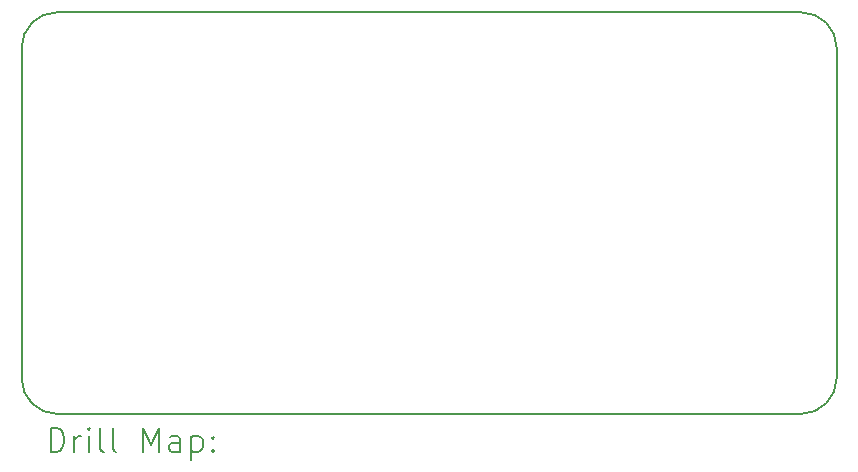
<source format=gbr>
%FSLAX45Y45*%
G04 Gerber Fmt 4.5, Leading zero omitted, Abs format (unit mm)*
G04 Created by KiCad (PCBNEW (6.0.0-0)) date 2022-03-27 14:29:01*
%MOMM*%
%LPD*%
G01*
G04 APERTURE LIST*
%TA.AperFunction,Profile*%
%ADD10C,0.200000*%
%TD*%
%ADD11C,0.200000*%
G04 APERTURE END LIST*
D10*
X19598640Y-9598200D02*
X19598640Y-12398200D01*
X12698640Y-12398200D02*
X12698640Y-9598200D01*
X12998640Y-9298200D02*
X19298640Y-9298200D01*
X19598640Y-9598200D02*
G75*
G03*
X19298640Y-9298200I-300000J0D01*
G01*
X12998640Y-9298200D02*
G75*
G03*
X12698640Y-9598200I0J-300000D01*
G01*
X19298640Y-12698200D02*
G75*
G03*
X19598640Y-12398200I0J300000D01*
G01*
X12698640Y-12398200D02*
G75*
G03*
X12998640Y-12698200I300000J0D01*
G01*
X19298640Y-12698200D02*
X12998640Y-12698200D01*
D11*
X12946259Y-13018676D02*
X12946259Y-12818676D01*
X12993878Y-12818676D01*
X13022449Y-12828200D01*
X13041497Y-12847248D01*
X13051021Y-12866295D01*
X13060545Y-12904390D01*
X13060545Y-12932962D01*
X13051021Y-12971057D01*
X13041497Y-12990105D01*
X13022449Y-13009152D01*
X12993878Y-13018676D01*
X12946259Y-13018676D01*
X13146259Y-13018676D02*
X13146259Y-12885343D01*
X13146259Y-12923438D02*
X13155783Y-12904390D01*
X13165307Y-12894867D01*
X13184354Y-12885343D01*
X13203402Y-12885343D01*
X13270068Y-13018676D02*
X13270068Y-12885343D01*
X13270068Y-12818676D02*
X13260545Y-12828200D01*
X13270068Y-12837724D01*
X13279592Y-12828200D01*
X13270068Y-12818676D01*
X13270068Y-12837724D01*
X13393878Y-13018676D02*
X13374830Y-13009152D01*
X13365307Y-12990105D01*
X13365307Y-12818676D01*
X13498640Y-13018676D02*
X13479592Y-13009152D01*
X13470068Y-12990105D01*
X13470068Y-12818676D01*
X13727211Y-13018676D02*
X13727211Y-12818676D01*
X13793878Y-12961533D01*
X13860545Y-12818676D01*
X13860545Y-13018676D01*
X14041497Y-13018676D02*
X14041497Y-12913914D01*
X14031973Y-12894867D01*
X14012926Y-12885343D01*
X13974830Y-12885343D01*
X13955783Y-12894867D01*
X14041497Y-13009152D02*
X14022449Y-13018676D01*
X13974830Y-13018676D01*
X13955783Y-13009152D01*
X13946259Y-12990105D01*
X13946259Y-12971057D01*
X13955783Y-12952009D01*
X13974830Y-12942486D01*
X14022449Y-12942486D01*
X14041497Y-12932962D01*
X14136735Y-12885343D02*
X14136735Y-13085343D01*
X14136735Y-12894867D02*
X14155783Y-12885343D01*
X14193878Y-12885343D01*
X14212926Y-12894867D01*
X14222449Y-12904390D01*
X14231973Y-12923438D01*
X14231973Y-12980581D01*
X14222449Y-12999628D01*
X14212926Y-13009152D01*
X14193878Y-13018676D01*
X14155783Y-13018676D01*
X14136735Y-13009152D01*
X14317688Y-12999628D02*
X14327211Y-13009152D01*
X14317688Y-13018676D01*
X14308164Y-13009152D01*
X14317688Y-12999628D01*
X14317688Y-13018676D01*
X14317688Y-12894867D02*
X14327211Y-12904390D01*
X14317688Y-12913914D01*
X14308164Y-12904390D01*
X14317688Y-12894867D01*
X14317688Y-12913914D01*
M02*

</source>
